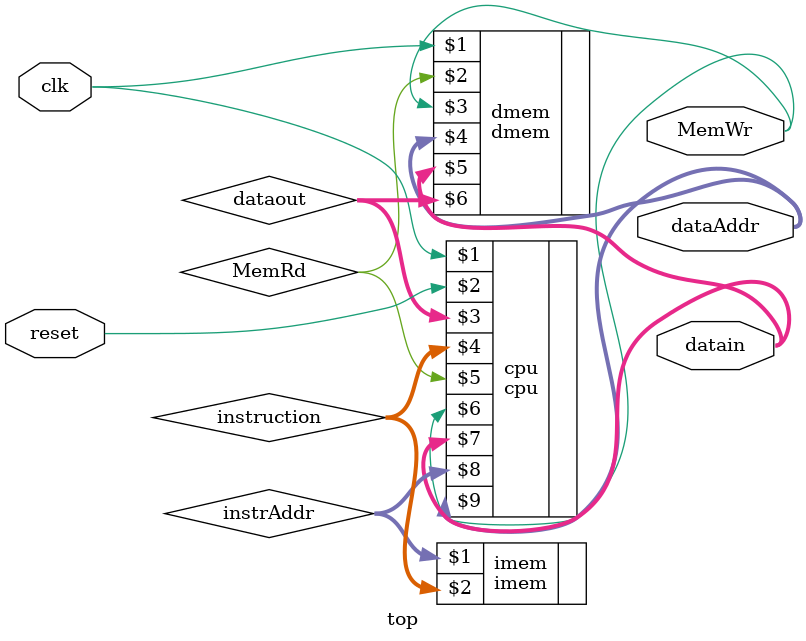
<source format=v>
/*
 * Pipelined RISC Processor

 * Team:
 * Ghazi Haj Qassem		1210778
 * Ameer Rabie			1211226
 * Mumen Anbar			12112297
 
 */

`include "opcodes.v"

`timescale 1ns / 1ns

/* 
 * description: This module is a testbench that checks whether the actual value written on memory matches the expected value.
 */
module testbench();

  reg         clk;
  reg         reset;
  reg [1:0] 	ctr;

  wire [15:0] datain, dataAddr;
  wire MemWr;

  // instantiate device to be tested
  top dut(clk, reset, datain, dataAddr, MemWr);
  
  // initialize test
  initial
    begin
      reset <= 1; # 1; reset <= 0;
	  ctr <= 0;
    end

  // generate clock to sequence tests
  always
    begin
      clk <= 1; # 1; clk <= 0; # 1;
    end

  // check results
  always@(negedge clk)
    begin
      if(MemWr) begin
		
        if(((dataAddr != 0 | datain != 5) & ctr == 0) |
		  ((dataAddr != 2 | datain != 5) & ctr == 1) |
		  ((dataAddr != 4 | datain != 15) & ctr == 2) |
		  ((dataAddr != 6 | datain != 16'b1111111111110001) & ctr == 3)) begin
          $display("Simulation failed. Values: address=%x, data=%x, ctr=%d, time=%d", dataAddr, datain, ctr, $time);
        end else begin
		  $display("write passed. address=%x, data=%x, ctr=%d, time=%d", dataAddr, datain, ctr, $time);
	  	end
		  
		if(ctr == 3) begin
			$display("simulation passed!");
			$stop;
		end
			
	  	ctr = ctr + 1;
      end
    end
endmodule

/* 
 * description: The module top includes the connection of CPU and both instruction memory and data memory.
 * inputs: clk, reset	
 * output: datain, dataAddr, MemWr
 */
module top(input         clk, reset,
		output [15:0] datain, dataAddr,  
		output MemWr);

  wire [15:0] dataout, instruction, instrAddr;
  wire MemRd;
  
  // instantiate processor and memories
  cpu cpu(clk, reset,
  dataout, instruction,
  MemRd, MemWr,
  datain, instrAddr, dataAddr);
  
  imem imem(instrAddr, instruction);
  
  /*
 	 		input clk, MemRd, MemWr,
			input [15:0] address,
			input [15:0] DataIn,
            output [15:0] Dataout 
  */
  dmem dmem(clk, MemRd, MemWr, dataAddr, datain, dataout);

endmodule
</source>
